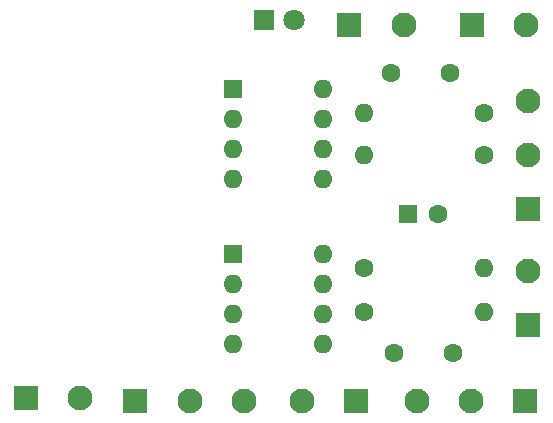
<source format=gbs>
G04 #@! TF.GenerationSoftware,KiCad,Pcbnew,(6.0.2-0)*
G04 #@! TF.CreationDate,2024-09-29T09:11:19-04:00*
G04 #@! TF.ProjectId,Stepped_Tone_Generator,53746570-7065-4645-9f54-6f6e655f4765,rev?*
G04 #@! TF.SameCoordinates,Original*
G04 #@! TF.FileFunction,Soldermask,Bot*
G04 #@! TF.FilePolarity,Negative*
%FSLAX46Y46*%
G04 Gerber Fmt 4.6, Leading zero omitted, Abs format (unit mm)*
G04 Created by KiCad (PCBNEW (6.0.2-0)) date 2024-09-29 09:11:19*
%MOMM*%
%LPD*%
G01*
G04 APERTURE LIST*
G04 Aperture macros list*
%AMRoundRect*
0 Rectangle with rounded corners*
0 $1 Rounding radius*
0 $2 $3 $4 $5 $6 $7 $8 $9 X,Y pos of 4 corners*
0 Add a 4 corners polygon primitive as box body*
4,1,4,$2,$3,$4,$5,$6,$7,$8,$9,$2,$3,0*
0 Add four circle primitives for the rounded corners*
1,1,$1+$1,$2,$3*
1,1,$1+$1,$4,$5*
1,1,$1+$1,$6,$7*
1,1,$1+$1,$8,$9*
0 Add four rect primitives between the rounded corners*
20,1,$1+$1,$2,$3,$4,$5,0*
20,1,$1+$1,$4,$5,$6,$7,0*
20,1,$1+$1,$6,$7,$8,$9,0*
20,1,$1+$1,$8,$9,$2,$3,0*%
G04 Aperture macros list end*
%ADD10C,1.600000*%
%ADD11O,1.600000X1.600000*%
%ADD12RoundRect,0.250001X-0.799999X-0.799999X0.799999X-0.799999X0.799999X0.799999X-0.799999X0.799999X0*%
%ADD13C,2.100000*%
%ADD14R,1.600000X1.600000*%
%ADD15RoundRect,0.250001X0.799999X0.799999X-0.799999X0.799999X-0.799999X-0.799999X0.799999X-0.799999X0*%
%ADD16RoundRect,0.250001X0.799999X-0.799999X0.799999X0.799999X-0.799999X0.799999X-0.799999X-0.799999X0*%
%ADD17R,1.800000X1.800000*%
%ADD18C,1.800000*%
G04 APERTURE END LIST*
D10*
X157880000Y-61300000D03*
D11*
X147720000Y-61300000D03*
D10*
X147720000Y-74400000D03*
D11*
X157880000Y-74400000D03*
D12*
X128400000Y-85600000D03*
D13*
X133000000Y-85600000D03*
X137600000Y-85600000D03*
D12*
X119100000Y-85400000D03*
D13*
X123700000Y-85400000D03*
D12*
X156900000Y-53800000D03*
D13*
X161500000Y-53800000D03*
D14*
X136700000Y-73200000D03*
D11*
X136700000Y-75740000D03*
X136700000Y-78280000D03*
X136700000Y-80820000D03*
X144320000Y-80820000D03*
X144320000Y-78280000D03*
X144320000Y-75740000D03*
X144320000Y-73200000D03*
D10*
X147720000Y-78100000D03*
D11*
X157880000Y-78100000D03*
D10*
X155300000Y-81600000D03*
X150300000Y-81600000D03*
X157900000Y-64800000D03*
D11*
X147740000Y-64800000D03*
D15*
X161400000Y-85600000D03*
D13*
X156800000Y-85600000D03*
X152200000Y-85600000D03*
D14*
X151494888Y-69800000D03*
D10*
X153994888Y-69800000D03*
D12*
X146500000Y-53800000D03*
D13*
X151100000Y-53800000D03*
D10*
X155000000Y-57900000D03*
X150000000Y-57900000D03*
D16*
X161600000Y-79200000D03*
D13*
X161600000Y-74600000D03*
D14*
X136700000Y-59200000D03*
D11*
X136700000Y-61740000D03*
X136700000Y-64280000D03*
X136700000Y-66820000D03*
X144320000Y-66820000D03*
X144320000Y-64280000D03*
X144320000Y-61740000D03*
X144320000Y-59200000D03*
D16*
X161600000Y-69400000D03*
D13*
X161600000Y-64800000D03*
X161600000Y-60200000D03*
D15*
X147100000Y-85600000D03*
D13*
X142500000Y-85600000D03*
D17*
X139325000Y-53400000D03*
D18*
X141865000Y-53400000D03*
M02*

</source>
